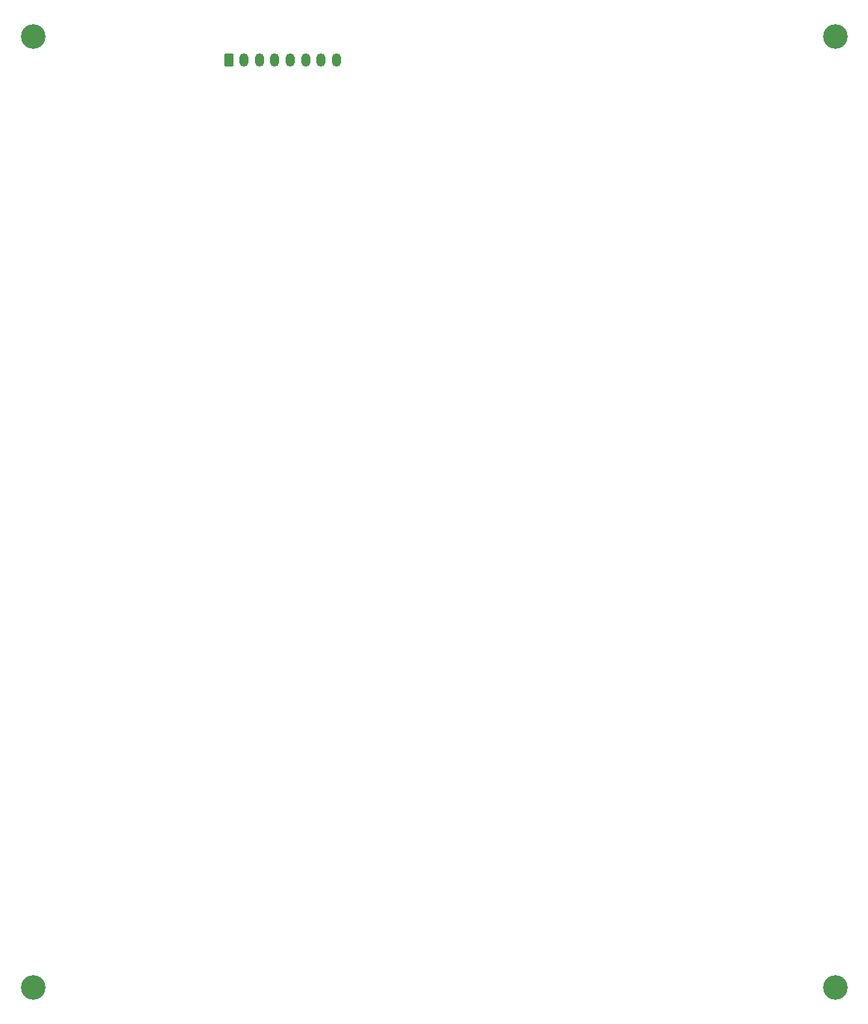
<source format=gbs>
G04 #@! TF.GenerationSoftware,KiCad,Pcbnew,(6.0.0)*
G04 #@! TF.CreationDate,2022-05-24T21:35:38-07:00*
G04 #@! TF.ProjectId,capTouch,63617054-6f75-4636-982e-6b696361645f,rev?*
G04 #@! TF.SameCoordinates,Original*
G04 #@! TF.FileFunction,Soldermask,Bot*
G04 #@! TF.FilePolarity,Negative*
%FSLAX46Y46*%
G04 Gerber Fmt 4.6, Leading zero omitted, Abs format (unit mm)*
G04 Created by KiCad (PCBNEW (6.0.0)) date 2022-05-24 21:35:38*
%MOMM*%
%LPD*%
G01*
G04 APERTURE LIST*
G04 Aperture macros list*
%AMRoundRect*
0 Rectangle with rounded corners*
0 $1 Rounding radius*
0 $2 $3 $4 $5 $6 $7 $8 $9 X,Y pos of 4 corners*
0 Add a 4 corners polygon primitive as box body*
4,1,4,$2,$3,$4,$5,$6,$7,$8,$9,$2,$3,0*
0 Add four circle primitives for the rounded corners*
1,1,$1+$1,$2,$3*
1,1,$1+$1,$4,$5*
1,1,$1+$1,$6,$7*
1,1,$1+$1,$8,$9*
0 Add four rect primitives between the rounded corners*
20,1,$1+$1,$2,$3,$4,$5,0*
20,1,$1+$1,$4,$5,$6,$7,0*
20,1,$1+$1,$6,$7,$8,$9,0*
20,1,$1+$1,$8,$9,$2,$3,0*%
G04 Aperture macros list end*
%ADD10RoundRect,0.250000X-0.350000X-0.625000X0.350000X-0.625000X0.350000X0.625000X-0.350000X0.625000X0*%
%ADD11O,1.200000X1.750000*%
%ADD12C,3.200000*%
G04 APERTURE END LIST*
D10*
X84836000Y-42672000D03*
D11*
X86836000Y-42672000D03*
X88836000Y-42672000D03*
X90836000Y-42672000D03*
X92836000Y-42672000D03*
X94836000Y-42672000D03*
X96836000Y-42672000D03*
X98836000Y-42672000D03*
D12*
X163576000Y-39624000D03*
X59436000Y-163068000D03*
X163576000Y-163068000D03*
X59436000Y-39624000D03*
M02*

</source>
